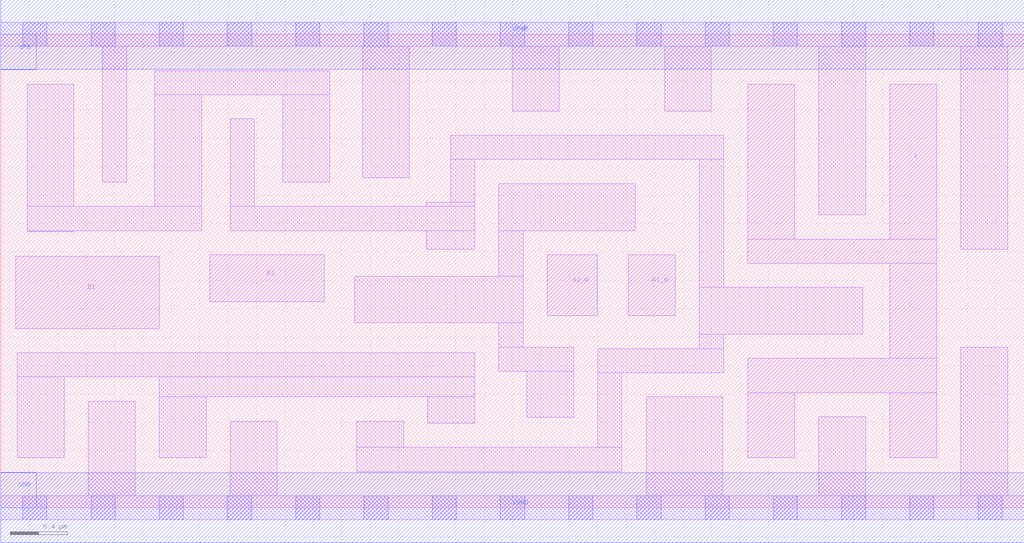
<source format=lef>
# Copyright 2020 The SkyWater PDK Authors
#
# Licensed under the Apache License, Version 2.0 (the "License");
# you may not use this file except in compliance with the License.
# You may obtain a copy of the License at
#
#     https://www.apache.org/licenses/LICENSE-2.0
#
# Unless required by applicable law or agreed to in writing, software
# distributed under the License is distributed on an "AS IS" BASIS,
# WITHOUT WARRANTIES OR CONDITIONS OF ANY KIND, either express or implied.
# See the License for the specific language governing permissions and
# limitations under the License.
#
# SPDX-License-Identifier: Apache-2.0

VERSION 5.5 ;
NAMESCASESENSITIVE ON ;
BUSBITCHARS "[]" ;
DIVIDERCHAR "/" ;
MACRO sky130_fd_sc_ms__o2bb2a_4
  CLASS CORE ;
  SOURCE USER ;
  ORIGIN  0.000000  0.000000 ;
  SIZE  7.200000 BY  3.330000 ;
  SYMMETRY X Y ;
  SITE unit ;
  PIN A1_N
    ANTENNAGATEAREA  0.222000 ;
    DIRECTION INPUT ;
    USE SIGNAL ;
    PORT
      LAYER li1 ;
        RECT 4.415000 1.350000 4.745000 1.780000 ;
    END
  END A1_N
  PIN A2_N
    ANTENNAGATEAREA  0.222000 ;
    DIRECTION INPUT ;
    USE SIGNAL ;
    PORT
      LAYER li1 ;
        RECT 3.845000 1.350000 4.195000 1.780000 ;
    END
  END A2_N
  PIN B1
    ANTENNAGATEAREA  0.492000 ;
    DIRECTION INPUT ;
    USE SIGNAL ;
    PORT
      LAYER li1 ;
        RECT 0.105000 1.260000 1.115000 1.770000 ;
    END
  END B1
  PIN B2
    ANTENNAGATEAREA  0.492000 ;
    DIRECTION INPUT ;
    USE SIGNAL ;
    PORT
      LAYER li1 ;
        RECT 1.470000 1.450000 2.275000 1.780000 ;
    END
  END B2
  PIN X
    ANTENNADIFFAREA  1.311300 ;
    DIRECTION OUTPUT ;
    USE SIGNAL ;
    PORT
      LAYER li1 ;
        RECT 5.255000 0.350000 5.585000 0.810000 ;
        RECT 5.255000 0.810000 6.585000 1.050000 ;
        RECT 5.255000 1.720000 6.585000 1.890000 ;
        RECT 5.255000 1.890000 5.585000 2.980000 ;
        RECT 6.255000 0.350000 6.585000 0.810000 ;
        RECT 6.255000 1.050000 6.585000 1.720000 ;
        RECT 6.255000 1.890000 6.585000 2.980000 ;
    END
  END X
  PIN VGND
    DIRECTION INOUT ;
    USE GROUND ;
    PORT
      LAYER met1 ;
        RECT 0.000000 -0.245000 7.200000 0.245000 ;
    END
  END VGND
  PIN VNB
    DIRECTION INOUT ;
    USE GROUND ;
    PORT
    END
  END VNB
  PIN VPB
    DIRECTION INOUT ;
    USE POWER ;
    PORT
    END
  END VPB
  PIN VNB
    DIRECTION INOUT ;
    USE GROUND ;
    PORT
      LAYER met1 ;
        RECT 0.000000 0.000000 0.250000 0.250000 ;
    END
  END VNB
  PIN VPB
    DIRECTION INOUT ;
    USE POWER ;
    PORT
      LAYER met1 ;
        RECT 0.000000 3.080000 0.250000 3.330000 ;
    END
  END VPB
  PIN VPWR
    DIRECTION INOUT ;
    USE POWER ;
    PORT
      LAYER met1 ;
        RECT 0.000000 3.085000 7.200000 3.575000 ;
    END
  END VPWR
  OBS
    LAYER li1 ;
      RECT 0.000000 -0.085000 7.200000 0.085000 ;
      RECT 0.000000  3.245000 7.200000 3.415000 ;
      RECT 0.115000  0.350000 0.445000 0.920000 ;
      RECT 0.115000  0.920000 3.335000 1.090000 ;
      RECT 0.185000  1.940000 0.515000 1.950000 ;
      RECT 0.185000  1.950000 1.415000 2.120000 ;
      RECT 0.185000  2.120000 0.515000 2.980000 ;
      RECT 0.615000  0.085000 0.945000 0.750000 ;
      RECT 0.715000  2.290000 0.885000 3.245000 ;
      RECT 1.085000  2.120000 1.415000 2.905000 ;
      RECT 1.085000  2.905000 2.315000 3.075000 ;
      RECT 1.115000  0.350000 1.445000 0.780000 ;
      RECT 1.115000  0.780000 3.335000 0.920000 ;
      RECT 1.615000  0.085000 1.945000 0.610000 ;
      RECT 1.615000  1.950000 3.335000 2.120000 ;
      RECT 1.615000  2.120000 1.785000 2.735000 ;
      RECT 1.985000  2.290000 2.315000 2.905000 ;
      RECT 2.490000  1.300000 3.675000 1.630000 ;
      RECT 2.505000  0.255000 4.370000 0.425000 ;
      RECT 2.505000  0.425000 2.835000 0.610000 ;
      RECT 2.545000  2.320000 2.875000 3.245000 ;
      RECT 2.995000  1.820000 3.335000 1.950000 ;
      RECT 2.995000  2.120000 3.335000 2.150000 ;
      RECT 3.005000  0.595000 3.335000 0.780000 ;
      RECT 3.165000  2.150000 3.335000 2.450000 ;
      RECT 3.165000  2.450000 5.085000 2.620000 ;
      RECT 3.505000  0.960000 4.030000 1.130000 ;
      RECT 3.505000  1.130000 3.675000 1.300000 ;
      RECT 3.505000  1.630000 3.675000 1.950000 ;
      RECT 3.505000  1.950000 4.465000 2.280000 ;
      RECT 3.600000  2.790000 3.930000 3.245000 ;
      RECT 3.700000  0.635000 4.030000 0.960000 ;
      RECT 4.200000  0.425000 4.370000 0.950000 ;
      RECT 4.200000  0.950000 5.085000 1.120000 ;
      RECT 4.540000  0.085000 5.080000 0.780000 ;
      RECT 4.670000  2.790000 5.000000 3.245000 ;
      RECT 4.915000  1.120000 5.085000 1.220000 ;
      RECT 4.915000  1.220000 6.065000 1.550000 ;
      RECT 4.915000  1.550000 5.085000 2.450000 ;
      RECT 5.755000  0.085000 6.085000 0.640000 ;
      RECT 5.755000  2.060000 6.085000 3.245000 ;
      RECT 6.755000  0.085000 7.085000 1.130000 ;
      RECT 6.755000  1.820000 7.085000 3.245000 ;
    LAYER mcon ;
      RECT 0.155000 -0.085000 0.325000 0.085000 ;
      RECT 0.155000  3.245000 0.325000 3.415000 ;
      RECT 0.635000 -0.085000 0.805000 0.085000 ;
      RECT 0.635000  3.245000 0.805000 3.415000 ;
      RECT 1.115000 -0.085000 1.285000 0.085000 ;
      RECT 1.115000  3.245000 1.285000 3.415000 ;
      RECT 1.595000 -0.085000 1.765000 0.085000 ;
      RECT 1.595000  3.245000 1.765000 3.415000 ;
      RECT 2.075000 -0.085000 2.245000 0.085000 ;
      RECT 2.075000  3.245000 2.245000 3.415000 ;
      RECT 2.555000 -0.085000 2.725000 0.085000 ;
      RECT 2.555000  3.245000 2.725000 3.415000 ;
      RECT 3.035000 -0.085000 3.205000 0.085000 ;
      RECT 3.035000  3.245000 3.205000 3.415000 ;
      RECT 3.515000 -0.085000 3.685000 0.085000 ;
      RECT 3.515000  3.245000 3.685000 3.415000 ;
      RECT 3.995000 -0.085000 4.165000 0.085000 ;
      RECT 3.995000  3.245000 4.165000 3.415000 ;
      RECT 4.475000 -0.085000 4.645000 0.085000 ;
      RECT 4.475000  3.245000 4.645000 3.415000 ;
      RECT 4.955000 -0.085000 5.125000 0.085000 ;
      RECT 4.955000  3.245000 5.125000 3.415000 ;
      RECT 5.435000 -0.085000 5.605000 0.085000 ;
      RECT 5.435000  3.245000 5.605000 3.415000 ;
      RECT 5.915000 -0.085000 6.085000 0.085000 ;
      RECT 5.915000  3.245000 6.085000 3.415000 ;
      RECT 6.395000 -0.085000 6.565000 0.085000 ;
      RECT 6.395000  3.245000 6.565000 3.415000 ;
      RECT 6.875000 -0.085000 7.045000 0.085000 ;
      RECT 6.875000  3.245000 7.045000 3.415000 ;
  END
END sky130_fd_sc_ms__o2bb2a_4
END LIBRARY

</source>
